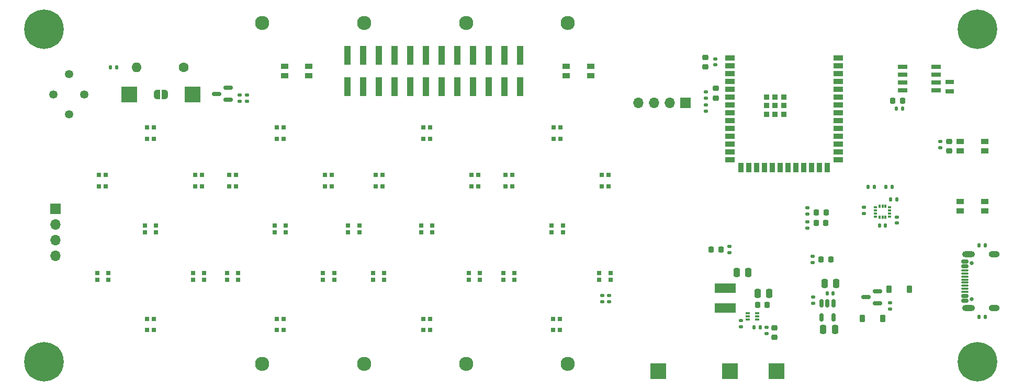
<source format=gbr>
%TF.GenerationSoftware,KiCad,Pcbnew,7.0.9*%
%TF.CreationDate,2024-02-17T00:35:01+08:00*%
%TF.ProjectId,AlarmClockProjV1,416c6172-6d43-46c6-9f63-6b50726f6a56,rev?*%
%TF.SameCoordinates,Original*%
%TF.FileFunction,Soldermask,Top*%
%TF.FilePolarity,Negative*%
%FSLAX46Y46*%
G04 Gerber Fmt 4.6, Leading zero omitted, Abs format (unit mm)*
G04 Created by KiCad (PCBNEW 7.0.9) date 2024-02-17 00:35:01*
%MOMM*%
%LPD*%
G01*
G04 APERTURE LIST*
G04 Aperture macros list*
%AMRoundRect*
0 Rectangle with rounded corners*
0 $1 Rounding radius*
0 $2 $3 $4 $5 $6 $7 $8 $9 X,Y pos of 4 corners*
0 Add a 4 corners polygon primitive as box body*
4,1,4,$2,$3,$4,$5,$6,$7,$8,$9,$2,$3,0*
0 Add four circle primitives for the rounded corners*
1,1,$1+$1,$2,$3*
1,1,$1+$1,$4,$5*
1,1,$1+$1,$6,$7*
1,1,$1+$1,$8,$9*
0 Add four rect primitives between the rounded corners*
20,1,$1+$1,$2,$3,$4,$5,0*
20,1,$1+$1,$4,$5,$6,$7,0*
20,1,$1+$1,$6,$7,$8,$9,0*
20,1,$1+$1,$8,$9,$2,$3,0*%
%AMFreePoly0*
4,1,19,0.500000,-0.750000,0.000000,-0.750000,0.000000,-0.744911,-0.071157,-0.744911,-0.207708,-0.704816,-0.327430,-0.627875,-0.420627,-0.520320,-0.479746,-0.390866,-0.500000,-0.250000,-0.500000,0.250000,-0.479746,0.390866,-0.420627,0.520320,-0.327430,0.627875,-0.207708,0.704816,-0.071157,0.744911,0.000000,0.744911,0.000000,0.750000,0.500000,0.750000,0.500000,-0.750000,0.500000,-0.750000,
$1*%
%AMFreePoly1*
4,1,19,0.000000,0.744911,0.071157,0.744911,0.207708,0.704816,0.327430,0.627875,0.420627,0.520320,0.479746,0.390866,0.500000,0.250000,0.500000,-0.250000,0.479746,-0.390866,0.420627,-0.520320,0.327430,-0.627875,0.207708,-0.704816,0.071157,-0.744911,0.000000,-0.744911,0.000000,-0.750000,-0.500000,-0.750000,-0.500000,0.750000,0.000000,0.750000,0.000000,0.744911,0.000000,0.744911,
$1*%
G04 Aperture macros list end*
%ADD10C,1.350000*%
%ADD11RoundRect,0.225000X0.225000X0.250000X-0.225000X0.250000X-0.225000X-0.250000X0.225000X-0.250000X0*%
%ADD12RoundRect,0.135000X0.135000X0.185000X-0.135000X0.185000X-0.135000X-0.185000X0.135000X-0.185000X0*%
%ADD13R,1.700000X1.700000*%
%ADD14O,1.700000X1.700000*%
%ADD15RoundRect,0.135000X-0.185000X0.135000X-0.185000X-0.135000X0.185000X-0.135000X0.185000X0.135000X0*%
%ADD16RoundRect,0.135000X0.185000X-0.135000X0.185000X0.135000X-0.185000X0.135000X-0.185000X-0.135000X0*%
%ADD17R,0.700000X0.700000*%
%ADD18RoundRect,0.150000X-0.150000X0.512500X-0.150000X-0.512500X0.150000X-0.512500X0.150000X0.512500X0*%
%ADD19RoundRect,0.225000X0.250000X-0.225000X0.250000X0.225000X-0.250000X0.225000X-0.250000X-0.225000X0*%
%ADD20R,1.150000X0.900000*%
%ADD21RoundRect,0.140000X-0.170000X0.140000X-0.170000X-0.140000X0.170000X-0.140000X0.170000X0.140000X0*%
%ADD22C,3.600000*%
%ADD23C,6.400000*%
%ADD24RoundRect,0.140000X-0.140000X-0.170000X0.140000X-0.170000X0.140000X0.170000X-0.140000X0.170000X0*%
%ADD25RoundRect,0.218750X-0.218750X-0.256250X0.218750X-0.256250X0.218750X0.256250X-0.218750X0.256250X0*%
%ADD26C,0.650000*%
%ADD27RoundRect,0.150000X0.425000X-0.150000X0.425000X0.150000X-0.425000X0.150000X-0.425000X-0.150000X0*%
%ADD28RoundRect,0.075000X0.500000X-0.075000X0.500000X0.075000X-0.500000X0.075000X-0.500000X-0.075000X0*%
%ADD29O,2.100000X1.000000*%
%ADD30O,1.800000X1.000000*%
%ADD31RoundRect,0.135000X-0.135000X-0.185000X0.135000X-0.185000X0.135000X0.185000X-0.135000X0.185000X0*%
%ADD32RoundRect,0.150000X0.587500X0.150000X-0.587500X0.150000X-0.587500X-0.150000X0.587500X-0.150000X0*%
%ADD33R,1.500000X0.900000*%
%ADD34R,0.900000X1.500000*%
%ADD35R,0.900000X0.900000*%
%ADD36C,1.600000*%
%ADD37O,1.600000X1.600000*%
%ADD38R,2.500000X2.500000*%
%ADD39FreePoly0,0.000000*%
%ADD40FreePoly1,0.000000*%
%ADD41R,1.000000X3.150000*%
%ADD42R,3.500000X1.600000*%
%ADD43RoundRect,0.225000X-0.250000X0.225000X-0.250000X-0.225000X0.250000X-0.225000X0.250000X0.225000X0*%
%ADD44R,0.700000X0.340000*%
%ADD45RoundRect,0.140000X0.140000X0.170000X-0.140000X0.170000X-0.140000X-0.170000X0.140000X-0.170000X0*%
%ADD46RoundRect,0.218750X0.218750X0.256250X-0.218750X0.256250X-0.218750X-0.256250X0.218750X-0.256250X0*%
%ADD47R,1.550000X0.700000*%
%ADD48RoundRect,0.250000X-0.250000X-0.475000X0.250000X-0.475000X0.250000X0.475000X-0.250000X0.475000X0*%
%ADD49RoundRect,0.250000X0.250000X0.475000X-0.250000X0.475000X-0.250000X-0.475000X0.250000X-0.475000X0*%
%ADD50R,0.600000X0.300000*%
%ADD51R,0.300000X0.600000*%
%ADD52R,1.400000X0.700000*%
%ADD53RoundRect,0.225000X-0.225000X-0.375000X0.225000X-0.375000X0.225000X0.375000X-0.225000X0.375000X0*%
%ADD54C,2.300000*%
G04 APERTURE END LIST*
D10*
%TO.C,LS401*%
X79500000Y-95600000D03*
X84500000Y-95600000D03*
%TD*%
D11*
%TO.C,C301*%
X216875000Y-96600000D03*
X215325000Y-96600000D03*
%TD*%
D12*
%TO.C,R305*%
X216910000Y-97900000D03*
X215890000Y-97900000D03*
%TD*%
D13*
%TO.C,J301*%
X181800000Y-97000000D03*
D14*
X179260000Y-97000000D03*
X176720000Y-97000000D03*
X174180000Y-97000000D03*
%TD*%
D15*
%TO.C,R207*%
X185089800Y-95197200D03*
X185089800Y-96217200D03*
%TD*%
D12*
%TO.C,R405*%
X89710000Y-91200000D03*
X88690000Y-91200000D03*
%TD*%
D16*
%TO.C,R404*%
X168300000Y-129200000D03*
X168300000Y-128180000D03*
%TD*%
D17*
%TO.C,D401*%
X167835000Y-124550000D03*
X167835000Y-125650000D03*
X169665000Y-125650000D03*
X169665000Y-124550000D03*
%TD*%
D15*
%TO.C,R406*%
X190700000Y-132290000D03*
X190700000Y-133310000D03*
%TD*%
D17*
%TO.C,D422*%
X107585000Y-124550000D03*
X107585000Y-125650000D03*
X109415000Y-125650000D03*
X109415000Y-124550000D03*
%TD*%
D12*
%TO.C,R303*%
X216010000Y-112600000D03*
X214990000Y-112600000D03*
%TD*%
D13*
%TO.C,J402*%
X79800000Y-114200000D03*
D14*
X79800000Y-116740000D03*
X79800000Y-119280000D03*
X79800000Y-121820000D03*
%TD*%
D17*
%TO.C,D406*%
X160350000Y-133815000D03*
X161450000Y-133815000D03*
X161450000Y-131985000D03*
X160350000Y-131985000D03*
%TD*%
D18*
%TO.C,U202*%
X205700000Y-129500000D03*
X204750000Y-129500000D03*
X203800000Y-129500000D03*
X203800000Y-131775000D03*
X205700000Y-131775000D03*
%TD*%
D19*
%TO.C,C404*%
X196200000Y-134975000D03*
X196200000Y-133425000D03*
%TD*%
D20*
%TO.C,SW402*%
X166445000Y-92550000D03*
X162495000Y-92550000D03*
X166445000Y-91050000D03*
X162495000Y-91050000D03*
%TD*%
D17*
%TO.C,D403*%
X160450000Y-102815000D03*
X161550000Y-102815000D03*
X161550000Y-100985000D03*
X160450000Y-100985000D03*
%TD*%
D15*
%TO.C,R208*%
X201500000Y-113990000D03*
X201500000Y-115010000D03*
%TD*%
D17*
%TO.C,D417*%
X123450000Y-110515000D03*
X124550000Y-110515000D03*
X124550000Y-108685000D03*
X123450000Y-108685000D03*
%TD*%
D21*
%TO.C,C201*%
X186625000Y-89870000D03*
X186625000Y-90830000D03*
%TD*%
D22*
%TO.C,H103*%
X78000000Y-85000000D03*
D23*
X78000000Y-85000000D03*
%TD*%
D17*
%TO.C,D404*%
X152650000Y-110515000D03*
X153750000Y-110515000D03*
X153750000Y-108685000D03*
X152650000Y-108685000D03*
%TD*%
D24*
%TO.C,C305*%
X213170000Y-116850000D03*
X214130000Y-116850000D03*
%TD*%
D17*
%TO.C,D426*%
X86850000Y-110515000D03*
X87950000Y-110515000D03*
X87950000Y-108685000D03*
X86850000Y-108685000D03*
%TD*%
%TO.C,D413*%
X139350000Y-133815000D03*
X140450000Y-133815000D03*
X140450000Y-131985000D03*
X139350000Y-131985000D03*
%TD*%
D20*
%TO.C,SW201*%
X226225000Y-103250000D03*
X230175000Y-103250000D03*
X226225000Y-104750000D03*
X230175000Y-104750000D03*
%TD*%
D17*
%TO.C,D427*%
X96115000Y-117950000D03*
X96115000Y-116850000D03*
X94285000Y-116850000D03*
X94285000Y-117950000D03*
%TD*%
%TO.C,D409*%
X147150000Y-110515000D03*
X148250000Y-110515000D03*
X148250000Y-108685000D03*
X147150000Y-108685000D03*
%TD*%
%TO.C,D420*%
X117115000Y-117950000D03*
X117115000Y-116850000D03*
X115285000Y-116850000D03*
X115285000Y-117950000D03*
%TD*%
%TO.C,D425*%
X94650000Y-102815000D03*
X95750000Y-102815000D03*
X95750000Y-100985000D03*
X94650000Y-100985000D03*
%TD*%
D25*
%TO.C,D203*%
X202912500Y-116490000D03*
X204487500Y-116490000D03*
%TD*%
D17*
%TO.C,D416*%
X123085000Y-124550000D03*
X123085000Y-125650000D03*
X124915000Y-125650000D03*
X124915000Y-124550000D03*
%TD*%
%TO.C,D407*%
X152285000Y-124550000D03*
X152285000Y-125650000D03*
X154115000Y-125650000D03*
X154115000Y-124550000D03*
%TD*%
D26*
%TO.C,J206*%
X228075000Y-128780000D03*
X228075000Y-123000000D03*
D27*
X227000000Y-129090000D03*
X227000000Y-128290000D03*
D28*
X227000000Y-127140000D03*
X227000000Y-126140000D03*
X227000000Y-125640000D03*
X227000000Y-124640000D03*
D27*
X227000000Y-123490000D03*
X227000000Y-122690000D03*
X227000000Y-122690000D03*
X227000000Y-123490000D03*
D28*
X227000000Y-124140000D03*
X227000000Y-125140000D03*
X227000000Y-126640000D03*
X227000000Y-127640000D03*
D27*
X227000000Y-128290000D03*
X227000000Y-129090000D03*
D29*
X227575000Y-130210000D03*
D30*
X231755000Y-130210000D03*
D29*
X227575000Y-121570000D03*
D30*
X231755000Y-121570000D03*
%TD*%
D31*
%TO.C,R210*%
X229280000Y-131690000D03*
X230300000Y-131690000D03*
%TD*%
D32*
%TO.C,Q201*%
X210942500Y-128500000D03*
X212817500Y-129450000D03*
X212817500Y-127550000D03*
%TD*%
D33*
%TO.C,U201*%
X189000000Y-89690000D03*
X189000000Y-90960000D03*
X189000000Y-92230000D03*
X189000000Y-93500000D03*
X189000000Y-94770000D03*
X189000000Y-96040000D03*
X189000000Y-97310000D03*
X189000000Y-98580000D03*
X189000000Y-99850000D03*
X189000000Y-101120000D03*
X189000000Y-102390000D03*
X189000000Y-103660000D03*
X189000000Y-104930000D03*
X189000000Y-106200000D03*
D34*
X190765000Y-107450000D03*
X192035000Y-107450000D03*
X193305000Y-107450000D03*
X194575000Y-107450000D03*
X195845000Y-107450000D03*
X197115000Y-107450000D03*
X198385000Y-107450000D03*
X199655000Y-107450000D03*
X200925000Y-107450000D03*
X202195000Y-107450000D03*
X203465000Y-107450000D03*
X204735000Y-107450000D03*
D33*
X206500000Y-106200000D03*
X206500000Y-104930000D03*
X206500000Y-103660000D03*
X206500000Y-102390000D03*
X206500000Y-101120000D03*
X206500000Y-99850000D03*
X206500000Y-98580000D03*
X206500000Y-97310000D03*
X206500000Y-96040000D03*
X206500000Y-94770000D03*
X206500000Y-93500000D03*
X206500000Y-92230000D03*
X206500000Y-90960000D03*
X206500000Y-89690000D03*
D35*
X196250000Y-97410000D03*
X196250000Y-96010000D03*
X194850000Y-96010000D03*
X194850000Y-97410000D03*
X194850000Y-98810000D03*
X196250000Y-98810000D03*
X197650000Y-98810000D03*
X197650000Y-97410000D03*
X197650000Y-96010000D03*
%TD*%
D36*
%TO.C,R410*%
X100610000Y-91200000D03*
D37*
X92990000Y-91200000D03*
%TD*%
D16*
%TO.C,R403*%
X169400000Y-129210000D03*
X169400000Y-128190000D03*
%TD*%
D38*
%TO.C,TP201*%
X196500000Y-140500000D03*
%TD*%
D10*
%TO.C,LS402*%
X82000000Y-92350000D03*
X82000000Y-98850000D03*
%TD*%
D17*
%TO.C,D424*%
X102450000Y-110515000D03*
X103550000Y-110515000D03*
X103550000Y-108685000D03*
X102450000Y-108685000D03*
%TD*%
D39*
%TO.C,JP401*%
X96250000Y-95600000D03*
D40*
X97550000Y-95600000D03*
%TD*%
D17*
%TO.C,D405*%
X161915000Y-117950000D03*
X161915000Y-116850000D03*
X160085000Y-116850000D03*
X160085000Y-117950000D03*
%TD*%
D22*
%TO.C,H102*%
X78000000Y-139000000D03*
D23*
X78000000Y-139000000D03*
%TD*%
D41*
%TO.C,J201*%
X127030000Y-94325000D03*
X127030000Y-89275000D03*
X129570000Y-94325000D03*
X129570000Y-89275000D03*
X132110000Y-94325000D03*
X132110000Y-89275000D03*
X134650000Y-94325000D03*
X134650000Y-89275000D03*
X137190000Y-94325000D03*
X137190000Y-89275000D03*
X139730000Y-94325000D03*
X139730000Y-89275000D03*
X142270000Y-94325000D03*
X142270000Y-89275000D03*
X144810000Y-94325000D03*
X144810000Y-89275000D03*
X147350000Y-94325000D03*
X147350000Y-89275000D03*
X149890000Y-94325000D03*
X149890000Y-89275000D03*
X152430000Y-94325000D03*
X152430000Y-89275000D03*
X154970000Y-94325000D03*
X154970000Y-89275000D03*
%TD*%
D15*
%TO.C,R401*%
X109650000Y-95690000D03*
X109650000Y-96710000D03*
%TD*%
D17*
%TO.C,D410*%
X139350000Y-102815000D03*
X140450000Y-102815000D03*
X140450000Y-100985000D03*
X139350000Y-100985000D03*
%TD*%
D42*
%TO.C,L401*%
X188200000Y-127010000D03*
X188200000Y-130210000D03*
%TD*%
D11*
%TO.C,C403*%
X194975000Y-129700000D03*
X193425000Y-129700000D03*
%TD*%
D16*
%TO.C,R201*%
X223000000Y-104285000D03*
X223000000Y-103265000D03*
%TD*%
D38*
%TO.C,TP401*%
X102000000Y-95600000D03*
%TD*%
D15*
%TO.C,R203*%
X214900000Y-129390000D03*
X214900000Y-130410000D03*
%TD*%
D12*
%TO.C,R302*%
X215210000Y-110600000D03*
X214190000Y-110600000D03*
%TD*%
D43*
%TO.C,C203*%
X224400000Y-103225000D03*
X224400000Y-104775000D03*
%TD*%
D22*
%TO.C,H104*%
X229000000Y-139000000D03*
D23*
X229000000Y-139000000D03*
%TD*%
D44*
%TO.C,U401*%
X193325000Y-132070000D03*
X193325000Y-131570000D03*
X193325000Y-131070000D03*
X191825000Y-131070000D03*
X191825000Y-131570000D03*
X191825000Y-132070000D03*
%TD*%
D45*
%TO.C,C205*%
X205680000Y-127837500D03*
X204720000Y-127837500D03*
%TD*%
D12*
%TO.C,R408*%
X193910000Y-133410000D03*
X192890000Y-133410000D03*
%TD*%
D17*
%TO.C,D421*%
X115650000Y-133815000D03*
X116750000Y-133815000D03*
X116750000Y-131985000D03*
X115650000Y-131985000D03*
%TD*%
D25*
%TO.C,D204*%
X202962500Y-114750000D03*
X204537500Y-114750000D03*
%TD*%
D22*
%TO.C,H101*%
X229000000Y-85000000D03*
D23*
X229000000Y-85000000D03*
%TD*%
D17*
%TO.C,D411*%
X131650000Y-110515000D03*
X132750000Y-110515000D03*
X132750000Y-108685000D03*
X131650000Y-108685000D03*
%TD*%
%TO.C,D402*%
X169300000Y-108685000D03*
X168200000Y-108685000D03*
X168200000Y-110515000D03*
X169300000Y-110515000D03*
%TD*%
D46*
%TO.C,D430*%
X187500000Y-120800000D03*
X185925000Y-120800000D03*
%TD*%
D38*
%TO.C,TP403*%
X177400000Y-140500000D03*
%TD*%
D20*
%TO.C,SW202*%
X226225000Y-113000000D03*
X230175000Y-113000000D03*
X226225000Y-114500000D03*
X230175000Y-114500000D03*
%TD*%
D38*
%TO.C,TP402*%
X91800000Y-95600000D03*
%TD*%
D47*
%TO.C,U301*%
X222325000Y-94905000D03*
X222325000Y-93635000D03*
X222325000Y-92365000D03*
X222325000Y-91095000D03*
X216875000Y-91095000D03*
X216875000Y-92365000D03*
X216875000Y-93635000D03*
X216875000Y-94905000D03*
%TD*%
D16*
%TO.C,R402*%
X110850000Y-96710000D03*
X110850000Y-95690000D03*
%TD*%
D48*
%TO.C,C405*%
X190050000Y-124500000D03*
X191950000Y-124500000D03*
%TD*%
D16*
%TO.C,R407*%
X194900000Y-134410000D03*
X194900000Y-133390000D03*
%TD*%
D17*
%TO.C,D419*%
X107950000Y-110515000D03*
X109050000Y-110515000D03*
X109050000Y-108685000D03*
X107950000Y-108685000D03*
%TD*%
D20*
%TO.C,SW401*%
X120845000Y-92550000D03*
X116895000Y-92550000D03*
X120845000Y-91050000D03*
X116895000Y-91050000D03*
%TD*%
D17*
%TO.C,D423*%
X102085000Y-124550000D03*
X102085000Y-125650000D03*
X103915000Y-125650000D03*
X103915000Y-124550000D03*
%TD*%
%TO.C,D408*%
X146685000Y-124550000D03*
X146685000Y-125650000D03*
X148515000Y-125650000D03*
X148515000Y-124550000D03*
%TD*%
D43*
%TO.C,C207*%
X186639200Y-94627400D03*
X186639200Y-96177400D03*
%TD*%
%TO.C,C202*%
X185025000Y-89575000D03*
X185025000Y-91125000D03*
%TD*%
D31*
%TO.C,R301*%
X211290000Y-110600000D03*
X212310000Y-110600000D03*
%TD*%
D17*
%TO.C,D429*%
X86585000Y-124550000D03*
X86585000Y-125650000D03*
X88415000Y-125650000D03*
X88415000Y-124550000D03*
%TD*%
D31*
%TO.C,R209*%
X229280000Y-120090000D03*
X230300000Y-120090000D03*
%TD*%
D17*
%TO.C,D415*%
X127185000Y-116850000D03*
X127185000Y-117950000D03*
X129015000Y-117950000D03*
X129015000Y-116850000D03*
%TD*%
D15*
%TO.C,R204*%
X202312500Y-121890000D03*
X202312500Y-122910000D03*
%TD*%
D49*
%TO.C,C206*%
X206150000Y-126237500D03*
X204250000Y-126237500D03*
%TD*%
D38*
%TO.C,TP202*%
X189000000Y-140500000D03*
%TD*%
D49*
%TO.C,C402*%
X195350000Y-127900000D03*
X193450000Y-127900000D03*
%TD*%
D15*
%TO.C,R205*%
X185089800Y-97280000D03*
X185089800Y-98300000D03*
%TD*%
D17*
%TO.C,D428*%
X94650000Y-133815000D03*
X95750000Y-133815000D03*
X95750000Y-131985000D03*
X94650000Y-131985000D03*
%TD*%
D49*
%TO.C,C204*%
X205950000Y-133700000D03*
X204050000Y-133700000D03*
%TD*%
D17*
%TO.C,D412*%
X140815000Y-117950000D03*
X140815000Y-116850000D03*
X138985000Y-116850000D03*
X138985000Y-117950000D03*
%TD*%
D16*
%TO.C,R202*%
X202450000Y-129510000D03*
X202450000Y-128490000D03*
%TD*%
D25*
%TO.C,D201*%
X203725000Y-122400000D03*
X205300000Y-122400000D03*
%TD*%
D15*
%TO.C,R304*%
X210650000Y-113940000D03*
X210650000Y-114960000D03*
%TD*%
D50*
%TO.C,U302*%
X212500000Y-113900000D03*
X212500000Y-114400000D03*
X212500000Y-114900000D03*
X212500000Y-115400000D03*
D51*
X213150000Y-115550000D03*
X213650000Y-115550000D03*
X214150000Y-115550000D03*
D50*
X214800000Y-115400000D03*
X214800000Y-114900000D03*
X214800000Y-114400000D03*
X214800000Y-113900000D03*
D51*
X214150000Y-113750000D03*
X213650000Y-113750000D03*
X213150000Y-113750000D03*
%TD*%
D17*
%TO.C,D418*%
X115650000Y-102815000D03*
X116750000Y-102815000D03*
X116750000Y-100985000D03*
X115650000Y-100985000D03*
%TD*%
D52*
%TO.C,Y301*%
X224500000Y-93600000D03*
X224500000Y-95100000D03*
%TD*%
D53*
%TO.C,D205*%
X214707500Y-127200000D03*
X218007500Y-127200000D03*
%TD*%
D32*
%TO.C,Q401*%
X105892500Y-95500000D03*
X107767500Y-96450000D03*
X107767500Y-94550000D03*
%TD*%
D16*
%TO.C,R206*%
X201500000Y-117260000D03*
X201500000Y-116240000D03*
%TD*%
D21*
%TO.C,C304*%
X216000000Y-115520000D03*
X216000000Y-116480000D03*
%TD*%
D17*
%TO.C,D414*%
X131185000Y-124550000D03*
X131185000Y-125650000D03*
X133015000Y-125650000D03*
X133015000Y-124550000D03*
%TD*%
D15*
%TO.C,R409*%
X188912500Y-120290000D03*
X188912500Y-121310000D03*
%TD*%
D53*
%TO.C,D202*%
X210350000Y-131925000D03*
X213650000Y-131925000D03*
%TD*%
D54*
%TO.C,J203*%
X146250000Y-84000000D03*
X146250000Y-139300000D03*
%TD*%
%TO.C,J205*%
X129750000Y-139300000D03*
X129750000Y-84000000D03*
%TD*%
%TO.C,J202*%
X162750000Y-139300000D03*
X162750000Y-84000000D03*
%TD*%
%TO.C,J204*%
X113250000Y-84000000D03*
X113250000Y-139300000D03*
%TD*%
M02*

</source>
